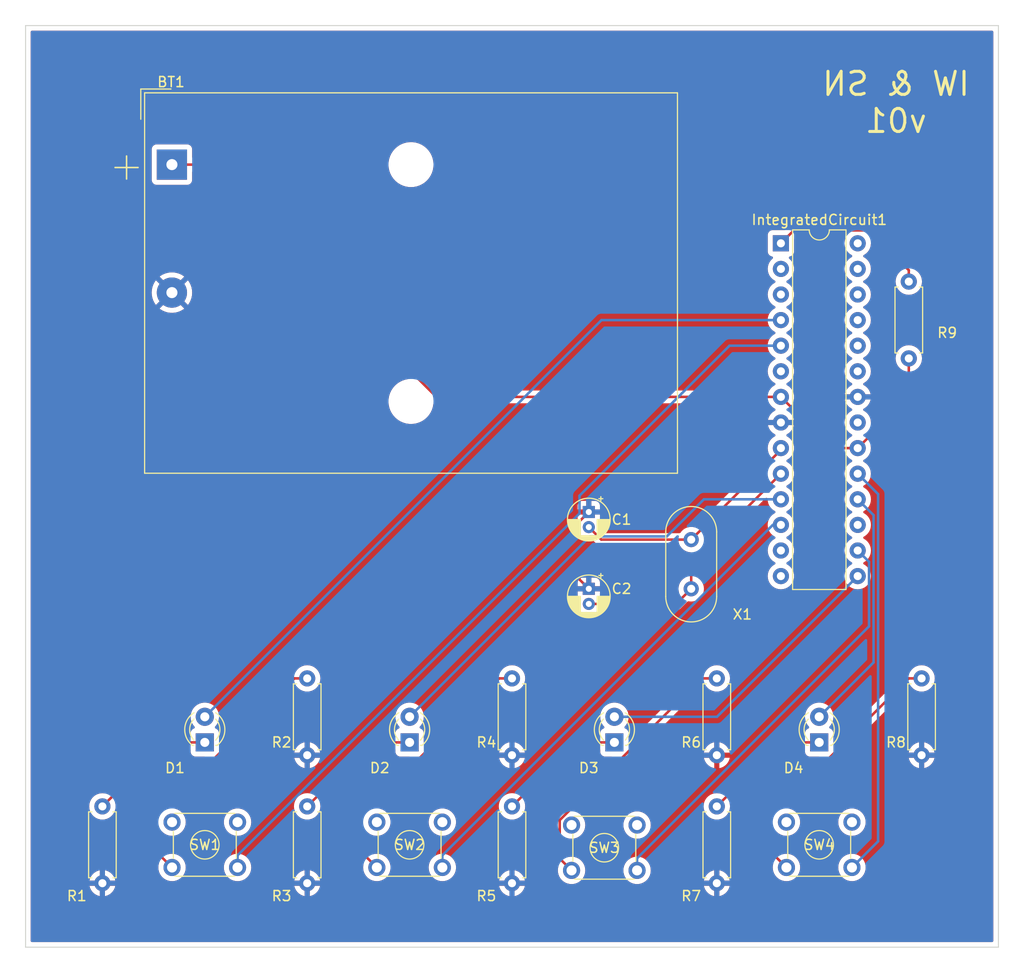
<source format=kicad_pcb>
(kicad_pcb (version 20211014) (generator pcbnew)
  (layers (0 "F.Cu" signal) (31 "B.Cu" signal) (34 "B.Paste" user) (35 "F.Paste" user) (36 "B.SilkS" user "B.Silkscreen") (37 "F.SilkS" user "F.Silkscreen") (38 "B.Mask" user) (39 "F.Mask" user) (44 "Edge.Cuts" user))
  (net 0 "")
  (net 1 "Net-(BT1-Pad1)")
  (net 2 "GNDREF")
  (net 3 "Net-(C1-Pad2)")
  (net 4 "Net-(C2-Pad2)")
  (net 5 "Net-(D1-Pad1)")
  (net 6 "Net-(D1-Pad2)")
  (net 7 "Net-(D2-Pad1)")
  (net 8 "Net-(D2-Pad2)")
  (net 9 "Net-(D3-Pad1)")
  (net 10 "Net-(D3-Pad2)")
  (net 11 "Net-(D4-Pad1)")
  (net 12 "Net-(D4-Pad2)")
  (net 13 "Net-(IntegratedCircuit1-Pad1)")
  (net 16 "Net-(IntegratedCircuit1-Pad5)")
  (net 18 "Net-(IntegratedCircuit1-Pad12)")
  (net 21 "Net-(IntegratedCircuit1-Pad16)")
  (net 23 "Net-(IntegratedCircuit1-Pad19)")
  (net 31 "Net-(R2-Pad1)")
  (net 32 "Net-(R4-Pad1)")
  (net 33 "Net-(R6-Pad1)")
  (net 34 "Net-(R8-Pad1)")
  (footprint "Resistor_THT:R_Axial_DIN0207_L6.3mm_D2.5mm_P7.62mm_Horizontal" (layer "F.Cu") (at 165.1 143.51 -90)
    (fp_text reference "R7" (at 8.89 2.54 180) (layer "F.SilkS"))
    (fp_text value "10k")
    (fp_line (start 0.54 1.04) (end 0.54 1.37) (layer "F.SilkS") (width 0.12))
    (fp_line (start 0.54 -1.04) (end 0.54 -1.37) (layer "F.SilkS") (width 0.12))
    (fp_line (start 0.54 -1.37) (end 7.08 -1.37) (layer "F.SilkS") (width 0.12))
    (fp_line (start 7.08 -1.37) (end 7.08 -1.04) (layer "F.SilkS") (width 0.12))
    (fp_line (start 0.54 1.37) (end 7.08 1.37) (layer "F.SilkS") (width 0.12))
    (fp_line (start 7.08 1.37) (end 7.08 1.04) (layer "F.SilkS") (width 0.12))
    (pad "1" thru_hole circle (at 0 0 270) (size 1.6 1.6) (drill 0.8) (layers *.Cu *.Mask) (net 11 "Net-(D4-Pad1)"))
    (pad "2" thru_hole oval (at 7.62 0 270) (size 1.6 1.6) (drill 0.8) (layers *.Cu *.Mask) (net 2 "GNDREF"))
  )
  (footprint "LED_THT:LED_D3.0mm" (layer "F.Cu") (at 134.62 137.16 90)
    (fp_text reference "D2" (at -2.54 -2.96 180) (layer "F.SilkS"))
    (fp_text value "Yellow")
    (fp_line (start -0.29 1.08) (end -0.29 1.236) (layer "F.SilkS") (width 0.12))
    (fp_line (start -0.29 -1.236) (end -0.29 -1.08) (layer "F.SilkS") (width 0.12))
    (fp_arc (start -0.29 -1.235516) (mid 1.366487 -1.987659) (end 2.942335 -1.078608) (layer "F.SilkS") (width 0.12))
    (fp_arc (start 0.229039 -1.08) (mid 1.270117 -1.5) (end 2.31113 -1.079837) (layer "F.SilkS") (width 0.12))
    (fp_arc (start 2.31113 1.079837) (mid 1.270117 1.5) (end 0.229039 1.08) (layer "F.SilkS") (width 0.12))
    (fp_arc (start 2.942335 1.078608) (mid 1.366487 1.987659) (end -0.29 1.235516) (layer "F.SilkS") (width 0.12))
    (pad "1" thru_hole rect (at 0 0 90) (size 1.8 1.8) (drill 0.9) (layers *.Cu *.Mask) (net 7 "Net-(D2-Pad1)"))
    (pad "2" thru_hole circle (at 2.54 0 90) (size 1.8 1.8) (drill 0.9) (layers *.Cu *.Mask) (net 8 "Net-(D2-Pad2)"))
  )
  (footprint "Package_DIP:DIP-28_W7.62mm" (layer "F.Cu") (at 171.46 87.64)
    (fp_text reference "IntegratedCircuit1" (at 3.81 -2.33) (layer "F.SilkS"))
    (fp_text value "ATmega328-P")
    (fp_line (start 6.46 34.35) (end 6.46 -1.33) (layer "F.SilkS") (width 0.12))
    (fp_line (start 1.16 34.35) (end 6.46 34.35) (layer "F.SilkS") (width 0.12))
    (fp_line (start 1.16 -1.33) (end 1.16 34.35) (layer "F.SilkS") (width 0.12))
    (fp_line (start 2.81 -1.33) (end 1.16 -1.33) (layer "F.SilkS") (width 0.12))
    (fp_line (start 6.46 -1.33) (end 4.81 -1.33) (layer "F.SilkS") (width 0.12))
    (fp_arc (start 4.81 -1.33) (mid 3.81 -0.33) (end 2.81 -1.33) (layer "F.SilkS") (width 0.12))
    (pad "1" thru_hole rect (at 0 0) (size 1.6 1.6) (drill 0.8) (layers *.Cu *.Mask) (net 13 "Net-(IntegratedCircuit1-Pad1)"))
    (pad "2" thru_hole oval (at 0 2.54) (size 1.6 1.6) (drill 0.8) (layers *.Cu *.Mask))
    (pad "3" thru_hole oval (at 0 5.08) (size 1.6 1.6) (drill 0.8) (layers *.Cu *.Mask))
    (pad "4" thru_hole oval (at 0 7.62) (size 1.6 1.6) (drill 0.8) (layers *.Cu *.Mask) (net 6 "Net-(D1-Pad2)"))
    (pad "5" thru_hole oval (at 0 10.16) (size 1.6 1.6) (drill 0.8) (layers *.Cu *.Mask) (net 16 "Net-(IntegratedCircuit1-Pad5)"))
    (pad "6" thru_hole oval (at 0 12.7) (size 1.6 1.6) (drill 0.8) (layers *.Cu *.Mask))
    (pad "7" thru_hole oval (at 0 15.24) (size 1.6 1.6) (drill 0.8) (layers *.Cu *.Mask) (net 1 "Net-(BT1-Pad1)"))
    (pad "8" thru_hole oval (at 0 17.78) (size 1.6 1.6) (drill 0.8) (layers *.Cu *.Mask) (net 2 "GNDREF"))
    (pad "9" thru_hole oval (at 0 20.32) (size 1.6 1.6) (drill 0.8) (layers *.Cu *.Mask) (net 3 "Net-(C1-Pad2)"))
    (pad "10" thru_hole oval (at 0 22.86) (size 1.6 1.6) (drill 0.8) (layers *.Cu *.Mask) (net 4 "Net-(C2-Pad2)"))
    (pad "11" thru_hole oval (at 0 25.4) (size 1.6 1.6) (drill 0.8) (layers *.Cu *.Mask) (net 8 "Net-(D2-Pad2)"))
    (pad "12" thru_hole oval (at 0 27.94) (size 1.6 1.6) (drill 0.8) (layers *.Cu *.Mask) (net 18 "Net-(IntegratedCircuit1-Pad12)"))
    (pad "13" thru_hole oval (at 0 30.48) (size 1.6 1.6) (drill 0.8) (layers *.Cu *.Mask))
    (pad "14" thru_hole oval (at 0 33.02) (size 1.6 1.6) (drill 0.8) (layers *.Cu *.Mask))
    (pad "15" thru_hole oval (at 7.62 33.02) (size 1.6 1.6) (drill 0.8) (layers *.Cu *.Mask) (net 10 "Net-(D3-Pad2)"))
    (pad "16" thru_hole oval (at 7.62 30.48) (size 1.6 1.6) (drill 0.8) (layers *.Cu *.Mask) (net 21 "Net-(IntegratedCircuit1-Pad16)"))
    (pad "17" thru_hole oval (at 7.62 27.94) (size 1.6 1.6) (drill 0.8) (layers *.Cu *.Mask))
    (pad "18" thru_hole oval (at 7.62 25.4) (size 1.6 1.6) (drill 0.8) (layers *.Cu *.Mask) (net 12 "Net-(D4-Pad2)"))
    (pad "19" thru_hole oval (at 7.62 22.86) (size 1.6 1.6) (drill 0.8) (layers *.Cu *.Mask) (net 23 "Net-(IntegratedCircuit1-Pad19)"))
    (pad "20" thru_hole oval (at 7.62 20.32) (size 1.6 1.6) (drill 0.8) (layers *.Cu *.Mask) (net 1 "Net-(BT1-Pad1)"))
    (pad "21" thru_hole oval (at 7.62 17.78) (size 1.6 1.6) (drill 0.8) (layers *.Cu *.Mask))
    (pad "22" thru_hole oval (at 7.62 15.24) (size 1.6 1.6) (drill 0.8) (layers *.Cu *.Mask) (net 2 "GNDREF"))
    (pad "23" thru_hole oval (at 7.62 12.7) (size 1.6 1.6) (drill 0.8) (layers *.Cu *.Mask))
    (pad "24" thru_hole oval (at 7.62 10.16) (size 1.6 1.6) (drill 0.8) (layers *.Cu *.Mask))
    (pad "25" thru_hole oval (at 7.62 7.62) (size 1.6 1.6) (drill 0.8) (layers *.Cu *.Mask))
    (pad "26" thru_hole oval (at 7.62 5.08) (size 1.6 1.6) (drill 0.8) (layers *.Cu *.Mask))
    (pad "27" thru_hole oval (at 7.62 2.54) (size 1.6 1.6) (drill 0.8) (layers *.Cu *.Mask))
    (pad "28" thru_hole oval (at 7.62 0) (size 1.6 1.6) (drill 0.8) (layers *.Cu *.Mask))
  )
  (footprint "Button_Switch_THT:SW_TH_Tactile_Omron_B3F-10xx" (layer "F.Cu") (at 178.51 149.57 180)
    (fp_text reference "SW4" (at 3.25 2.25) (layer "F.SilkS"))
    (fp_text value "SW_Push")
    (fp_line (start 0.28 5.37) (end 6.22 5.37) (layer "F.SilkS") (width 0.12))
    (fp_line (start 6.37 0.91) (end 6.37 3.59) (layer "F.SilkS") (width 0.12))
    (fp_line (start 0.13 3.59) (end 0.13 0.91) (layer "F.SilkS") (width 0.12))
    (fp_line (start 0.28 -0.87) (end 6.22 -0.87) (layer "F.SilkS") (width 0.12))
    (fp_circle (center 3.25 2.25) (end 4.25 3.25) (layer "F.SilkS") (width 0.12) (fill none))
    (pad "1" thru_hole circle (at 0 0 180) (size 1.7 1.7) (drill 1) (layers *.Cu *.Mask) (net 23 "Net-(IntegratedCircuit1-Pad19)"))
    (pad "2" thru_hole circle (at 6.5 0 180) (size 1.7 1.7) (drill 1) (layers *.Cu *.Mask) (net 34 "Net-(R8-Pad1)"))
    (pad "3" thru_hole circle (at 0 4.5 180) (size 1.7 1.7) (drill 1) (layers *.Cu *.Mask))
    (pad "4" thru_hole circle (at 6.5 4.5 180) (size 1.7 1.7) (drill 1) (layers *.Cu *.Mask))
  )
  (footprint "Capacitor_THT:CP_Radial_D4.0mm_P1.50mm" (layer "F.Cu") (at 152.4 114.3 -90)
    (fp_text reference "C1" (at 0.75 -3.25 180) (layer "F.SilkS"))
    (fp_text value "1nF")
    (fp_line (start 1.27 -2.016) (end 1.27 -0.84) (layer "F.SilkS") (width 0.12))
    (fp_line (start 1.951 -1.708) (end 1.951 -0.84) (layer "F.SilkS") (width 0.12))
    (fp_line (start 1.711 -1.851) (end 1.711 -0.84) (layer "F.SilkS") (width 0.12))
    (fp_line (start 1.551 0.84) (end 1.551 1.924) (layer "F.SilkS") (width 0.12))
    (fp_line (start 1.43 0.84) (end 1.43 1.968) (layer "F.SilkS") (width 0.12))
    (fp_line (start 1.551 -1.924) (end 1.551 -0.84) (layer "F.SilkS") (width 0.12))
    (fp_line (start -1.519801 -1.195) (end -1.119801 -1.195) (layer "F.SilkS") (width 0.12))
    (fp_line (start 1.511 -1.94) (end 1.511 -0.84) (layer "F.SilkS") (width 0.12))
    (fp_line (start 0.91 0.84) (end 0.91 2.074) (layer "F.SilkS") (width 0.12))
    (fp_line (start 2.591 -1.013) (end 2.591 1.013) (layer "F.SilkS") (width 0.12))
    (fp_line (start 2.471 -1.2) (end 2.471 1.2) (layer "F.SilkS") (width 0.12))
    (fp_line (start 0.75 -2.08) (end 0.75 -0.84) (layer "F.SilkS") (width 0.12))
    (fp_line (start 0.83 0.84) (end 0.83 2.079) (layer "F.SilkS") (width 0.12))
    (fp_line (start 1.991 -1.68) (end 1.991 -0.84) (layer "F.SilkS") (width 0.12))
    (fp_line (start 2.311 0.84) (end 2.311 1.396) (layer "F.SilkS") (width 0.12))
    (fp_line (start 2.551 -1.08) (end 2.551 1.08) (layer "F.SilkS") (width 0.12))
    (fp_line (start 0.79 0.84) (end 0.79 2.08) (layer "F.SilkS") (width 0.12))
    (fp_line (start 2.271 -1.438) (end 2.271 -0.84) (layer "F.SilkS") (width 0.12))
    (fp_line (start 1.11 0.84) (end 1.11 2.05) (layer "F.SilkS") (width 0.12))
    (fp_line (start 1.791 0.84) (end 1.791 1.808) (layer "F.SilkS") (width 0.12))
    (fp_line (start 1.671 -1.87) (end 1.671 -0.84) (layer "F.SilkS") (width 0.12))
    (fp_line (start 1.471 0.84) (end 1.471 1.954) (layer "F.SilkS") (width 0.12))
    (fp_line (start 2.191 -1.516) (end 2.191 -0.84) (layer "F.SilkS") (width 0.12))
    (fp_line (start 1.15 -2.042) (end 1.15 -0.84) (layer "F.SilkS") (width 0.12))
    (fp_line (start 0.95 -2.071) (end 0.95 -0.84) (layer "F.SilkS") (width 0.12))
    (fp_line (start 2.191 0.84) (end 2.191 1.516) (layer "F.SilkS") (width 0.12))
    (fp_line (start 0.99 -2.067) (end 0.99 -0.84) (layer "F.SilkS") (width 0.12))
    (fp_line (start 1.471 -1.954) (end 1.471 -0.84) (layer "F.SilkS") (width 0.12))
    (fp_line (start 1.23 0.84) (end 1.23 2.025) (layer "F.SilkS") (width 0.12))
    (fp_line (start 2.071 0.84) (end 2.071 1.619) (layer "F.SilkS") (width 0.12))
    (fp_line (start 2.031 0.84) (end 2.031 1.65) (layer "F.SilkS") (width 0.12))
    (fp_line (start 0.79 -2.08) (end 0.79 -0.84) (layer "F.SilkS") (width 0.12))
    (fp_line (start 1.831 0.84) (end 1.831 1.785) (layer "F.SilkS") (width 0.12))
    (fp_line (start -1.319801 -1.395) (end -1.319801 -0.995) (layer "F.SilkS") (width 0.12))
    (fp_line (start 1.15 0.84) (end 1.15 2.042) (layer "F.SilkS") (width 0.12))
    (fp_line (start 2.151 -1.552) (end 2.151 -0.84) (layer "F.SilkS") (width 0.12))
    (fp_line (start 2.031 -1.65) (end 2.031 -0.84) (layer "F.SilkS") (width 0.12))
    (fp_line (start 1.03 0.84) (end 1.03 2.062) (layer "F.SilkS") (width 0.12))
    (fp_line (start 1.27 0.84) (end 1.27 2.016) (layer "F.SilkS") (width 0.12))
    (fp_line (start 2.391 -1.304) (end 2.391 1.304) (layer "F.SilkS") (width 0.12))
    (fp_line (start 1.35 -1.994) (end 1.35 -0.84) (layer "F.SilkS") (width 0.12))
    (fp_line (start 1.911 0.84) (end 1.911 1.735) (layer "F.SilkS") (width 0.12))
    (fp_line (start 1.791 -1.808) (end 1.791 -0.84) (layer "F.SilkS") (width 0.12))
    (fp_line (start 0.87 0.84) (end 0.87 2.077) (layer "F.SilkS") (width 0.12))
    (fp_line (start 2.111 0.84) (end 2.111 1.587) (layer "F.SilkS") (width 0.12))
    (fp_line (start 1.591 0.84) (end 1.591 1.907) (layer "F.SilkS") (width 0.12))
    (fp_line (start 1.39 0.84) (end 1.39 1.982) (layer "F.SilkS") (width 0.12))
    (fp_line (start 2.071 -1.619) (end 2.071 -0.84) (layer "F.SilkS") (width 0.12))
    (fp_line (start 0.87 -2.077) (end 0.87 -0.84) (layer "F.SilkS") (width 0.12))
    (fp_line (start 1.991 0.84) (end 1.991 1.68) (layer "F.SilkS") (width 0.12))
    (fp_line (start 1.751 0.84) (end 1.751 1.83) (layer "F.SilkS") (width 0.12))
    (fp_line (start 0.91 -2.074) (end 0.91 -0.84) (layer "F.SilkS") (width 0.12))
    (fp_line (start 1.591 -1.907) (end 1.591 -0.84) (layer "F.SilkS") (width 0.12))
    (fp_line (start 1.31 0.84) (end 1.31 2.005) (layer "F.SilkS") (width 0.12))
    (fp_line (start 1.39 -1.982) (end 1.39 -0.84) (layer "F.SilkS") (width 0.12))
    (fp_line (start 1.631 -1.889) (end 1.631 -0.84) (layer "F.SilkS") (width 0.12))
    (fp_line (start 1.511 0.84) (end 1.511 1.94) (layer "F.SilkS") (width 0.12))
    (fp_line (start 2.791 -0.537) (end 2.791 0.537) (layer "F.SilkS") (width 0.12))
    (fp_line (start 1.871 -1.76) (end 1.871 -0.84) (layer "F.SilkS") (width 0.12))
    (fp_line (start 1.43 -1.968) (end 1.43 -0.84) (layer "F.SilkS") (width 0.12))
    (fp_line (start 2.311 -1.396) (end 2.311 -0.84) (layer "F.SilkS") (width 0.12))
    (fp_line (start 1.11 -2.05) (end 1.11 -0.84) (layer "F.SilkS") (width 0.12))
    (fp_line (start 1.19 -2.034) (end 1.19 -0.84) (layer "F.SilkS") (width 0.12))
    (fp_line (start 1.23 -2.025) (end 1.23 -0.84) (layer "F.SilkS") (width 0.12))
    (fp_line (start 2.431 -1.254) (end 2.431 1.254) (layer "F.SilkS") (width 0.12))
    (fp_line (start 1.07 0.84) (end 1.07 2.056) (layer "F.SilkS") (width 0.12))
    (fp_line (start 1.671 0.84) (end 1.671 1.87) (layer "F.SilkS") (width 0.12))
    (fp_line (start 2.151 0.84) (end 2.151 1.552) (layer "F.SilkS") (width 0.12))
    (fp_line (start 1.07 -2.056) (end 1.07 -0.84) (layer "F.SilkS") (width 0.12))
    (fp_line (start 0.75 0.84) (end 0.75 2.08) (layer "F.SilkS") (width 0.12))
    (fp_line (start 2.511 -1.142) (end 2.511 1.142) (layer "F.SilkS") (width 0.12))
    (fp_line (start 2.271 0.84) (end 2.271 1.438) (layer "F.SilkS") (width 0.12))
    (fp_line (start 1.751 -1.83) (end 1.751 -0.84) (layer "F.SilkS") (width 0.12))
    (fp_line (start 0.83 -2.079) (end 0.83 -0.84) (layer "F.SilkS") (width 0.12))
    (fp_line (start 2.831 -0.37) (end 2.831 0.37) (layer "F.SilkS") (width 0.12))
    (fp_line (start 2.671 -0.859) (end 2.671 0.859) (layer "F.SilkS") (width 0.12))
    (fp_line (start 2.751 -0.664) (end 2.751 0.664) (layer "F.SilkS") (width 0.12))
    (fp_line (start 1.951 0.84) (end 1.951 1.708) (layer "F.SilkS") (width 0.12))
    (fp_line (start 0.99 0.84) (end 0.99 2.067) (layer "F.SilkS") (width 0.12))
    (fp_line (start 2.231 -1.478) (end 2.231 -0.84) (layer "F.SilkS") (width 0.12))
    (fp_line (start 1.831 -1.785) (end 1.831 -0.84) (layer "F.SilkS") (width 0.12))
    (fp_line (start 1.711 0.84) (end 1.711 1.851) (layer "F.SilkS") (width 0.12))
    (fp_line (start 2.351 -1.351) (end 2.351 1.351) (layer "F.SilkS") (width 0.12))
    (fp_line (start 1.19 0.84) (end 1.19 2.034) (layer "F.SilkS") (width 0.12))
    (fp_line (start 1.31 -2.005) (end 1.31 -0.84) (layer "F.SilkS") (width 0.12))
    (fp_line (start 2.111 -1.587) (end 2.111 -0.84) (layer "F.SilkS") (width 0.12))
    (fp_line (start 1.35 0.84) (end 1.35 1.994) (layer "F.SilkS") (width 0.12))
    (fp_line (start 0.95 0.84) (end 0.95 2.071) (layer "F.SilkS") (width 0.12))
    (fp_line (start 2.231 0.84) (end 2.231 1.478) (layer "F.SilkS") (width 0.12))
    (fp_line (start 1.911 -1.735) (end 1.911 -0.84) (layer "F.SilkS") (width 0.12))
    (fp_line (start 1.631 0.84) (end 1.631 1.889) (layer "F.SilkS") (width 0.12))
    (fp_line (start 1.871 0.84) (end 1.871 1.76) (layer "F.SilkS") (width 0.12))
    (fp_line (start 2.711 -0.768) (end 2.711 0.768) (layer "F.SilkS") (width 0.12))
    (fp_line (start 1.03 -2.062) (end 1.03 -0.84) (layer "F.SilkS") (width 0.12))
    (fp_line (start 2.631 -0.94) (end 2.631 0.94) (layer "F.SilkS") (width 0.12))
    (fp_circle (center 0.75 0) (end 2.87 0) (layer "F.SilkS") (width 0.12) (fill none))
    (pad "1" thru_hole rect (at 0 0 270) (size 1.2 1.2) (drill 0.6) (layers *.Cu *.Mask) (net 2 "GNDREF"))
    (pad "2" thru_hole circle (at 1.5 0 270) (size 1.2 1.2) (drill 0.6) (layers *.Cu *.Mask) (net 3 "Net-(C1-Pad2)"))
  )
  (footprint "Capacitor_THT:CP_Radial_D4.0mm_P1.50mm" (layer "F.Cu") (at 152.4 121.92 -90)
    (fp_text reference "C2" (at 0 -3.25 180) (layer "F.SilkS"))
    (fp_text value "1nF")
    (fp_line (start 2.831 -0.37) (end 2.831 0.37) (layer "F.SilkS") (width 0.12))
    (fp_line (start -1.319801 -1.395) (end -1.319801 -0.995) (layer "F.SilkS") (width 0.12))
    (fp_line (start 1.31 0.84) (end 1.31 2.005) (layer "F.SilkS") (width 0.12))
    (fp_line (start 2.031 0.84) (end 2.031 1.65) (layer "F.SilkS") (width 0.12))
    (fp_line (start 1.23 -2.025) (end 1.23 -0.84) (layer "F.SilkS") (width 0.12))
    (fp_line (start 0.87 0.84) (end 0.87 2.077) (layer "F.SilkS") (width 0.12))
    (fp_line (start 1.39 -1.982) (end 1.39 -0.84) (layer "F.SilkS") (width 0.12))
    (fp_line (start 1.19 -2.034) (end 1.19 -0.84) (layer "F.SilkS") (width 0.12))
    (fp_line (start 2.351 -1.351) (end 2.351 1.351) (layer "F.SilkS") (width 0.12))
    (fp_line (start -1.519801 -1.195) (end -1.119801 -1.195) (layer "F.SilkS") (width 0.12))
    (fp_line (start 2.271 0.84) (end 2.271 1.438) (layer "F.SilkS") (width 0.12))
    (fp_line (start 1.27 0.84) (end 1.27 2.016) (layer "F.SilkS") (width 0.12))
    (fp_line (start 1.591 0.84) (end 1.591 1.907) (layer "F.SilkS") (width 0.12))
    (fp_line (start 2.111 -1.587) (end 2.111 -0.84) (layer "F.SilkS") (width 0.12))
    (fp_line (start 1.07 -2.056) (end 1.07 -0.84) (layer "F.SilkS") (width 0.12))
    (fp_line (start 2.071 -1.619) (end 2.071 -0.84) (layer "F.SilkS") (width 0.12))
    (fp_line (start 2.551 -1.08) (end 2.551 1.08) (layer "F.SilkS") (width 0.12))
    (fp_line (start 1.19 0.84) (end 1.19 2.034) (layer "F.SilkS") (width 0.12))
    (fp_line (start 1.35 -1.994) (end 1.35 -0.84) (layer "F.SilkS") (width 0.12))
    (fp_line (start 2.431 -1.254) (end 2.431 1.254) (layer "F.SilkS") (width 0.12))
    (fp_line (start 1.671 0.84) (end 1.671 1.87) (layer "F.SilkS") (width 0.12))
    (fp_line (start 1.831 0.84) (end 1.831 1.785) (layer "F.SilkS") (width 0.12))
    (fp_line (start 1.711 0.84) (end 1.711 1.851) (layer "F.SilkS") (width 0.12))
    (fp_line (start 0.95 0.84) (end 0.95 2.071) (layer "F.SilkS") (width 0.12))
    (fp_line (start 0.79 0.84) (end 0.79 2.08) (layer "F.SilkS") (width 0.12))
    (fp_line (start 1.471 0.84) (end 1.471 1.954) (layer "F.SilkS") (width 0.12))
    (fp_line (start 1.15 0.84) (end 1.15 2.042) (layer "F.SilkS") (width 0.12))
    (fp_line (start 2.631 -0.94) (end 2.631 0.94) (layer "F.SilkS") (width 0.12))
    (fp_line (start 1.951 0.84) (end 1.951 1.708) (layer "F.SilkS") (width 0.12))
    (fp_line (start 0.99 -2.067) (end 0.99 -0.84) (layer "F.SilkS") (width 0.12))
    (fp_line (start 2.751 -0.664) (end 2.751 0.664) (layer "F.SilkS") (width 0.12))
    (fp_line (start 1.35 0.84) (end 1.35 1.994) (layer "F.SilkS") (width 0.12))
    (fp_line (start 2.591 -1.013) (end 2.591 1.013) (layer "F.SilkS") (width 0.12))
    (fp_line (start 0.99 0.84) (end 0.99 2.067) (layer "F.SilkS") (width 0.12))
    (fp_line (start 0.79 -2.08) (end 0.79 -0.84) (layer "F.SilkS") (width 0.12))
    (fp_line (start 0.87 -2.077) (end 0.87 -0.84) (layer "F.SilkS") (width 0.12))
    (fp_line (start 0.95 -2.071) (end 0.95 -0.84) (layer "F.SilkS") (width 0.12))
    (fp_line (start 1.43 0.84) (end 1.43 1.968) (layer "F.SilkS") (width 0.12))
    (fp_line (start 0.83 -2.079) (end 0.83 -0.84) (layer "F.SilkS") (width 0.12))
    (fp_line (start 0.91 -2.074) (end 0.91 -0.84) (layer "F.SilkS") (width 0.12))
    (fp_line (start 1.511 0.84) (end 1.511 1.94) (layer "F.SilkS") (width 0.12))
    (fp_line (start 1.03 0.84) (end 1.03 2.062) (layer "F.SilkS") (width 0.12))
    (fp_line (start 1.551 -1.924) (end 1.551 -0.84) (layer "F.SilkS") (width 0.12))
    (fp_line (start 1.551 0.84) (end 1.551 1.924) (layer "F.SilkS") (width 0.12))
    (fp_line (start 2.231 -1.478) (end 2.231 -0.84) (layer "F.SilkS") (width 0.12))
    (fp_line (start 1.631 0.84) (end 1.631 1.889) (layer "F.SilkS") (width 0.12))
    (fp_line (start 0.75 0.84) (end 0.75 2.08) (layer "F.SilkS") (width 0.12))
    (fp_line (start 2.151 0.84) (end 2.151 1.552) (layer "F.SilkS") (width 0.12))
    (fp_line (start 1.511 -1.94) (end 1.511 -0.84) (layer "F.SilkS") (width 0.12))
    (fp_line (start 1.11 -2.05) (end 1.11 -0.84) (layer "F.SilkS") (width 0.12))
    (fp_line (start 2.071 0.84) (end 2.071 1.619) (layer "F.SilkS") (width 0.12))
    (fp_line (start 2.111 0.84) (end 2.111 1.587) (layer "F.SilkS") (width 0.12))
    (fp_line (start 1.43 -1.968) (end 1.43 -0.84) (layer "F.SilkS") (width 0.12))
    (fp_line (start 1.911 0.84) (end 1.911 1.735) (layer "F.SilkS") (width 0.12))
    (fp_line (start 2.791 -0.537) (end 2.791 0.537) (layer "F.SilkS") (width 0.12))
    (fp_line (start 1.991 0.84) (end 1.991 1.68) (layer "F.SilkS") (width 0.12))
    (fp_line (start 1.871 -1.76) (end 1.871 -0.84) (layer "F.SilkS") (width 0.12))
    (fp_line (start 0.75 -2.08) (end 0.75 -0.84) (layer "F.SilkS") (width 0.12))
    (fp_line (start 2.231 0.84) (end 2.231 1.478) (layer "F.SilkS") (width 0.12))
    (fp_line (start 1.671 -1.87) (end 1.671 -0.84) (layer "F.SilkS") (width 0.12))
    (fp_line (start 1.27 -2.016) (end 1.27 -0.84) (layer "F.SilkS") (width 0.12))
    (fp_line (start 1.591 -1.907) (end 1.591 -0.84) (layer "F.SilkS") (width 0.12))
    (fp_line (start 1.23 0.84) (end 1.23 2.025) (layer "F.SilkS") (width 0.12))
    (fp_line (start 2.031 -1.65) (end 2.031 -0.84) (layer "F.SilkS") (width 0.12))
    (fp_line (start 2.271 -1.438) (end 2.271 -0.84) (layer "F.SilkS") (width 0.12))
    (fp_line (start 1.11 0.84) (end 1.11 2.05) (layer "F.SilkS") (width 0.12))
    (fp_line (start 1.31 -2.005) (end 1.31 -0.84) (layer "F.SilkS") (width 0.12))
    (fp_line (start 1.711 -1.851) (end 1.711 -0.84) (layer "F.SilkS") (width 0.12))
    (fp_line (start 1.751 -1.83) (end 1.751 -0.84) (layer "F.SilkS") (width 0.12))
    (fp_line (start 2.511 -1.142) (end 2.511 1.142) (layer "F.SilkS") (width 0.12))
    (fp_line (start 1.15 -2.042) (end 1.15 -0.84) (layer "F.SilkS") (width 0.12))
    (fp_line (start 2.191 -1.516) (end 2.191 -0.84) (layer "F.SilkS") (width 0.12))
    (fp_line (start 1.911 -1.735) (end 1.911 -0.84) (layer "F.SilkS") (width 0.12))
    (fp_line (start 1.791 -1.808) (end 1.791 -0.84) (layer "F.SilkS") (width 0.12))
    (fp_line (start 0.91 0.84) (end 0.91 2.074) (layer "F.SilkS") (width 0.12))
    (fp_line (start 2.311 0.84) (end 2.311 1.396) (layer "F.SilkS") (width 0.12))
    (fp_line (start 1.471 -1.954) (end 1.471 -0.84) (layer "F.SilkS") (width 0.12))
    (fp_line (start 1.631 -1.889) (end 1.631 -0.84) (layer "F.SilkS") (width 0.12))
    (fp_line (start 0.83 0.84) (end 0.83 2.079) (layer "F.SilkS") (width 0.12))
    (fp_line (start 2.191 0.84) (end 2.191 1.516) (layer "F.SilkS") (width 0.12))
    (fp_line (start 2.311 -1.396) (end 2.311 -0.84) (layer "F.SilkS") (width 0.12))
    (fp_line (start 2.711 -0.768) (end 2.711 0.768) (layer "F.SilkS") (width 0.12))
    (fp_line (start 1.991 -1.68) (end 1.991 -0.84) (layer "F.SilkS") (width 0.12))
    (fp_line (start 1.39 0.84) (end 1.39 1.982) (layer "F.SilkS") (width 0.12))
    (fp_line (start 1.03 -2.062) (end 1.03 -0.84) (layer "F.SilkS") (width 0.12))
    (fp_line (start 2.671 -0.859) (end 2.671 0.859) (layer "F.SilkS") (width 0.12))
    (fp_line (start 1.751 0.84) (end 1.751 1.83) (layer "F.SilkS") (width 0.12))
    (fp_line (start 1.791 0.84) (end 1.791 1.808) (layer "F.SilkS") (width 0.12))
    (fp_line (start 1.951 -1.708) (end 1.951 -0.84) (layer "F.SilkS") (width 0.12))
    (fp_line (start 1.831 -1.785) (end 1.831 -0.84) (layer "F.SilkS") (width 0.12))
    (fp_line (start 1.07 0.84) (end 1.07 2.056) (layer "F.SilkS") (width 0.12))
    (fp_line (start 2.391 -1.304) (end 2.391 1.304) (layer "F.SilkS") (width 0.12))
    (fp_line (start 1.871 0.84) (end 1.871 1.76) (layer "F.SilkS") (width 0.12))
    (fp_line (start 2.471 -1.2) (end 2.471 1.2) (layer "F.SilkS") (width 0.12))
    (fp_line (start 2.151 -1.552) (end 2.151 -0.84) (layer "F.SilkS") (width 0.12))
    (fp_circle (center 0.75 0) (end 2.87 0) (layer "F.SilkS") (width 0.12) (fill none))
    (pad "1" thru_hole rect (at 0 0 270) (size 1.2 1.2) (drill 0.6) (layers *.Cu *.Mask) (net 2 "GNDREF"))
    (pad "2" thru_hole circle (at 1.5 0 270) (size 1.2 1.2) (drill 0.6) (layers *.Cu *.Mask) (net 4 "Net-(C2-Pad2)"))
  )
  (footprint "Button_Switch_THT:SW_TH_Tactile_Omron_B3F-10xx" (layer "F.Cu") (at 137.87 149.57 180)
    (fp_text reference "SW2" (at 3.25 2.25) (layer "F.SilkS"))
    (fp_text value "SW_Push")
    (fp_line (start 0.13 3.59) (end 0.13 0.91) (layer "F.SilkS") (width 0.12))
    (fp_line (start 6.37 0.91) (end 6.37 3.59) (layer "F.SilkS") (width 0.12))
    (fp_line (start 0.28 5.37) (end 6.22 5.37) (layer "F.SilkS") (width 0.12))
    (fp_line (start 0.28 -0.87) (end 6.22 -0.87) (layer "F.SilkS") (width 0.12))
    (fp_circle (center 3.25 2.25) (end 4.25 3.25) (layer "F.SilkS") (width 0.12) (fill none))
    (pad "1" thru_hole circle (at 0 0 180) (size 1.7 1.7) (drill 1) (layers *.Cu *.Mask) (net 18 "Net-(IntegratedCircuit1-Pad12)"))
    (pad "2" thru_hole circle (at 6.5 0 180) (size 1.7 1.7) (drill 1) (layers *.Cu *.Mask) (net 32 "Net-(R4-Pad1)"))
    (pad "3" thru_hole circle (at 0 4.5 180) (size 1.7 1.7) (drill 1) (layers *.Cu *.Mask))
    (pad "4" thru_hole circle (at 6.5 4.5 180) (size 1.7 1.7) (drill 1) (layers *.Cu *.Mask))
  )
  (footprint "Resistor_THT:R_Axial_DIN0207_L6.3mm_D2.5mm_P7.62mm_Horizontal" (layer "F.Cu") (at 144.78 130.81 -90)
    (fp_text reference "R4" (at 6.35 2.54 180) (layer "F.SilkS"))
    (fp_text value "10k")
    (fp_line (start 0.54 1.37) (end 7.08 1.37) (layer "F.SilkS") (width 0.12))
    (fp_line (start 0.54 -1.04) (end 0.54 -1.37) (layer "F.SilkS") (width 0.12))
    (fp_line (start 7.08 1.37) (end 7.08 1.04) (layer "F.SilkS") (width 0.12))
    (fp_line (start 0.54 -1.37) (end 7.08 -1.37) (layer "F.SilkS") (width 0.12))
    (fp_line (start 0.54 1.04) (end 0.54 1.37) (layer "F.SilkS") (width 0.12))
    (fp_line (start 7.08 -1.37) (end 7.08 -1.04) (layer "F.SilkS") (width 0.12))
    (pad "1" thru_hole circle (at 0 0 270) (size 1.6 1.6) (drill 0.8) (layers *.Cu *.Mask) (net 32 "Net-(R4-Pad1)"))
    (pad "2" thru_hole oval (at 7.62 0 270) (size 1.6 1.6) (drill 0.8) (layers *.Cu *.Mask) (net 2 "GNDREF"))
  )
  (footprint "Battery:BatteryHolder_Keystone_2479_3xAAA" (layer "F.Cu") (at 111.0375 79.8325)
    (fp_text reference "BT1" (at -0.09 -8.195) (layer "F.SilkS"))
    (fp_text value "4.5V")
    (fp_text user "+" (at -4.5 0.05) (layer "F.SilkS") (effects (font (size 3 3))))
    (fp_line (start 50.16 -7.12) (end 50.16 30.62) (layer "F.SilkS") (width 0.12))
    (fp_line (start -2.71 30.62) (end 50.16 30.62) (layer "F.SilkS") (width 0.12))
    (fp_line (start -3.09 -4.5) (end -3.09 -7.5) (layer "F.SilkS") (width 0.12))
    (fp_line (start -3.09 -7.5) (end -0.09 -7.5) (layer "F.SilkS") (width 0.12))
    (fp_line (start -2.71 -7.12) (end 50.16 -7.12) (layer "F.SilkS") (width 0.12))
    (fp_line (start -2.71 -7.12) (end -2.71 30.62) (layer "F.SilkS") (width 0.12))
    (pad "" np_thru_hole circle (at 23.72 23.5) (size 3.45 3.45) (drill 3.45) (layers *.Cu *.Mask))
    (pad "" np_thru_hole circle (at 23.72 0) (size 3.45 3.45) (drill 3.45) (layers *.Cu *.Mask))
    (pad "1" thru_hole rect (at 0 0) (size 3 3) (drill 1.1) (layers *.Cu *.Mask) (net 1 "Net-(BT1-Pad1)"))
    (pad "2" thru_hole circle (at 0 12.7) (size 3 3) (drill 1.1) (layers *.Cu *.Mask) (net 2 "GNDREF"))
  )
  (footprint "Resistor_THT:R_Axial_DIN0207_L6.3mm_D2.5mm_P7.62mm_Horizontal" (layer "F.Cu") (at 124.46 130.81 -90)
    (fp_text reference "R2" (at 6.35 2.54 180) (layer "F.SilkS"))
    (fp_text value "10k")
    (fp_line (start 7.08 1.37) (end 7.08 1.04) (layer "F.SilkS") (width 0.12))
    (fp_line (start 0.54 1.04) (end 0.54 1.37) (layer "F.SilkS") (width 0.12))
    (fp_line (start 0.54 -1.04) (end 0.54 -1.37) (layer "F.SilkS") (width 0.12))
    (fp_line (start 0.54 -1.37) (end 7.08 -1.37) (layer "F.SilkS") (width 0.12))
    (fp_line (start 0.54 1.37) (end 7.08 1.37) (layer "F.SilkS") (width 0.12))
    (fp_line (start 7.08 -1.37) (end 7.08 -1.04) (layer "F.SilkS") (width 0.12))
    (pad "1" thru_hole circle (at 0 0 270) (size 1.6 1.6) (drill 0.8) (layers *.Cu *.Mask) (net 31 "Net-(R2-Pad1)"))
    (pad "2" thru_hole oval (at 7.62 0 270) (size 1.6 1.6) (drill 0.8) (layers *.Cu *.Mask) (net 2 "GNDREF"))
  )
  (footprint "LED_THT:LED_D3.0mm" (layer "F.Cu") (at 154.94 137.16 90)
    (fp_text reference "D3" (at -2.54 -2.54 180) (layer "F.SilkS"))
    (fp_text value "Red")
    (fp_line (start -0.29 1.08) (end -0.29 1.236) (layer "F.SilkS") (width 0.12))
    (fp_line (start -0.29 -1.236) (end -0.29 -1.08) (layer "F.SilkS") (width 0.12))
    (fp_arc (start 0.229039 -1.08) (mid 1.270117 -1.5) (end 2.31113 -1.079837) (layer "F.SilkS") (width 0.12))
    (fp_arc (start 2.942335 1.078608) (mid 1.366487 1.987659) (end -0.29 1.235516) (layer "F.SilkS") (width 0.12))
    (fp_arc (start -0.29 -1.235516) (mid 1.366487 -1.987659) (end 2.942335 -1.078608) (layer "F.SilkS") (width 0.12))
    (fp_arc (start 2.31113 1.079837) (mid 1.270117 1.5) (end 0.229039 1.08) (layer "F.SilkS") (width 0.12))
    (pad "1" thru_hole rect (at 0 0 90) (size 1.8 1.8) (drill 0.9) (layers *.Cu *.Mask) (net 9 "Net-(D3-Pad1)"))
    (pad "2" thru_hole circle (at 2.54 0 90) (size 1.8 1.8) (drill 0.9) (layers *.Cu *.Mask) (net 10 "Net-(D3-Pad2)"))
  )
  (footprint "LED_THT:LED_D3.0mm" (layer "F.Cu") (at 114.3 137.16 90)
    (fp_text reference "D1" (at -2.54 -2.96 180) (layer "F.SilkS"))
    (fp_text value "Blue")
    (fp_line (start -0.29 -1.236) (end -0.29 -1.08) (layer "F.SilkS") (width 0.12))
    (fp_line (start -0.29 1.08) (end -0.29 1.236) (layer "F.SilkS") (width 0.12))
    (fp_arc (start 2.31113 1.079837) (mid 1.270117 1.5) (end 0.229039 1.08) (layer "F.SilkS") (width 0.12))
    (fp_arc (start 2.942335 1.078608) (mid 1.366487 1.987659) (end -0.29 1.235516) (layer "F.SilkS") (width 0.12))
    (fp_arc (start -0.29 -1.235516) (mid 1.366487 -1.987659) (end 2.942335 -1.078608) (layer "F.SilkS") (width 0.12))
    (fp_arc (start 0.229039 -1.08) (mid 1.270117 -1.5) (end 2.31113 -1.079837) (layer "F.SilkS") (width 0.12))
    (pad "1" thru_hole rect (at 0 0 90) (size 1.8 1.8) (drill 0.9) (layers *.Cu *.Mask) (net 5 "Net-(D1-Pad1)"))
    (pad "2" thru_hole circle (at 2.54 0 90) (size 1.8 1.8) (drill 0.9) (layers *.Cu *.Mask) (net 6 "Net-(D1-Pad2)"))
  )
  (footprint "Resistor_THT:R_Axial_DIN0207_L6.3mm_D2.5mm_P7.62mm_Horizontal" (layer "F.Cu") (at 124.46 143.51 -90)
    (fp_text reference "R3" (at 8.89 2.54 180) (layer "F.SilkS"))
    (fp_text value "10k")
    (fp_line (start 0.54 -1.37) (end 7.08 -1.37) (layer "F.SilkS") (width 0.12))
    (fp_line (start 0.54 1.04) (end 0.54 1.37) (layer "F.SilkS") (width 0.12))
    (fp_line (start 7.08 1.37) (end 7.08 1.04) (layer "F.SilkS") (width 0.12))
    (fp_line (start 7.08 -1.37) (end 7.08 -1.04) (layer "F.SilkS") (width 0.12))
    (fp_line (start 0.54 1.37) (end 7.08 1.37) (layer "F.SilkS") (width 0.12))
    (fp_line (start 0.54 -1.04) (end 0.54 -1.37) (layer "F.SilkS") (width 0.12))
    (pad "1" thru_hole circle (at 0 0 270) (size 1.6 1.6) (drill 0.8) (layers *.Cu *.Mask) (net 7 "Net-(D2-Pad1)"))
    (pad "2" thru_hole oval (at 7.62 0 270) (size 1.6 1.6) (drill 0.8) (layers *.Cu *.Mask) (net 2 "GNDREF"))
  )
  (footprint "Resistor_THT:R_Axial_DIN0207_L6.3mm_D2.5mm_P7.62mm_Horizontal" (layer "F.Cu") (at 104.14 143.51 -90)
    (fp_text reference "R1" (at 8.89 2.54 180) (layer "F.SilkS"))
    (fp_text value "10k")
    (fp_line (start 0.54 -1.04) (end 0.54 -1.37) (layer "F.SilkS") (width 0.12))
    (fp_line (start 0.54 1.04) (end 0.54 1.37) (layer "F.SilkS") (width 0.12))
    (fp_line (start 7.08 1.37) (end 7.08 1.04) (layer "F.SilkS") (width 0.12))
    (fp_line (start 7.08 -1.37) (end 7.08 -1.04) (layer "F.SilkS") (width 0.12))
    (fp_line (start 0.54 -1.37) (end 7.08 -1.37) (layer "F.SilkS") (width 0.12))
    (fp_line (start 0.54 1.37) (end 7.08 1.37) (layer "F.SilkS") (width 0.12))
    (pad "1" thru_hole circle (at 0 0 270) (size 1.6 1.6) (drill 0.8) (layers *.Cu *.Mask) (net 5 "Net-(D1-Pad1)"))
    (pad "2" thru_hole oval (at 7.62 0 270) (size 1.6 1.6) (drill 0.8) (layers *.Cu *.Mask) (net 2 "GNDREF"))
  )
  (footprint "Resistor_THT:R_Axial_DIN0207_L6.3mm_D2.5mm_P7.62mm_Horizontal" (layer "F.Cu") (at 184.15 91.44 -90)
    (fp_text reference "R9" (at 5.08 -3.81 180) (layer "F.SilkS"))
    (fp_text value "10K")
    (fp_line (start 0.54 -1.37) (end 7.08 -1.37) (layer "F.SilkS") (width 0.12))
    (fp_line (start 0.54 -1.04) (end 0.54 -1.37) (layer "F.SilkS") (width 0.12))
    (fp_line (start 0.54 1.37) (end 7.08 1.37) (layer "F.SilkS") (width 0.12))
    (fp_line (start 7.08 1.37) (end 7.08 1.04) (layer "F.SilkS") (width 0.12))
    (fp_line (start 7.08 -1.37) (end 7.08 -1.04) (layer "F.SilkS") (width 0.12))
    (fp_line (start 0.54 1.04) (end 0.54 1.37) (layer "F.SilkS") (width 0.12))
    (pad "1" thru_hole circle (at 0 0 270) (size 1.6 1.6) (drill 0.8) (layers *.Cu *.Mask) (net 13 "Net-(IntegratedCircuit1-Pad1)"))
    (pad "2" thru_hole oval (at 7.62 0 270) (size 1.6 1.6) (drill 0.8) (layers *.Cu *.Mask) (net 1 "Net-(BT1-Pad1)"))
  )
  (footprint "Button_Switch_THT:SW_TH_Tactile_Omron_B3F-10xx" (layer "F.Cu") (at 157.19 149.86 180)
    (fp_text reference "SW3" (at 3.25 2.25) (layer "F.SilkS"))
    (fp_text value "SW_Push")
    (fp_line (start 0.13 3.59) (end 0.13 0.91) (layer "F.SilkS") (width 0.12))
    (fp_line (start 0.28 -0.87) (end 6.22 -0.87) (layer "F.SilkS") (width 0.12))
    (fp_line (start 6.37 0.91) (end 6.37 3.59) (layer "F.SilkS") (width 0.12))
    (fp_line (start 0.28 5.37) (end 6.22 5.37) (layer "F.SilkS") (width 0.12))
    (fp_circle (center 3.25 2.25) (end 4.25 3.25) (layer "F.SilkS") (width 0.12) (fill none))
    (pad "1" thru_hole circle (at 0 0 180) (size 1.7 1.7) (drill 1) (layers *.Cu *.Mask) (net 21 "Net-(IntegratedCircuit1-Pad16)"))
    (pad "2" thru_hole circle (at 6.5 0 180) (size 1.7 1.7) (drill 1) (layers *.Cu *.Mask) (net 33 "Net-(R6-Pad1)"))
    (pad "3" thru_hole circle (at 0 4.5 180) (size 1.7 1.7) (drill 1) (layers *.Cu *.Mask))
    (pad "4" thru_hole circle (at 6.5 4.5 180) (size 1.7 1.7) (drill 1) (layers *.Cu *.Mask))
  )
  (footprint "Crystal:Crystal_HC49-4H_Vertical" (layer "F.Cu") (at 162.56 121.92 90)
    (fp_text reference "X1" (at -2.54 5.08 180) (layer "F.SilkS"))
    (fp_text value "Crystal")
    (fp_line (start -0.76 2.525) (end 5.64 2.525) (layer "F.SilkS") (width 0.12))
    (fp_line (start -0.76 -2.525) (end 5.64 -2.525) (layer "F.SilkS") (width 0.12))
    (fp_arc (start 5.64 -2.525) (mid 8.165 0) (end 5.64 2.525) (layer "F.SilkS") (width 0.12))
    (fp_arc (start -0.76 2.525) (mid -3.285 0) (end -0.76 -2.525) (layer "F.SilkS") (width 0.12))
    (pad "1" thru_hole circle (at 0 0 90) (size 1.5 1.5) (drill 0.8) (layers *.Cu *.Mask) (net 4 "Net-(C2-Pad2)"))
    (pad "2" thru_hole circle (at 4.88 0 90) (size 1.5 1.5) (drill 0.8) (layers *.Cu *.Mask) (net 3 "Net-(C1-Pad2)"))
  )
  (footprint "Resistor_THT:R_Axial_DIN0207_L6.3mm_D2.5mm_P7.62mm_Horizontal" (layer "F.Cu") (at 185.42 130.81 -90)
    (fp_text reference "R8" (at 6.35 2.54 180) (layer "F.SilkS"))
    (fp_text value "10k")
    (fp_line (start 7.08 1.37) (end 7.08 1.04) (layer "F.SilkS") (width 0.12))
    (fp_line (start 0.54 1.04) (end 0.54 1.37) (layer "F.SilkS") (width 0.12))
    (fp_line (start 7.08 -1.37) (end 7.08 -1.04) (layer "F.SilkS") (width 0.12))
    (fp_line (start 0.54 1.37) (end 7.08 1.37) (layer "F.SilkS") (width 0.12))
    (fp_line (start 0.54 -1.04) (end 0.54 -1.37) (layer "F.SilkS") (width 0.12))
    (fp_line (start 0.54 -1.37) (end 7.08 -1.37) (layer "F.SilkS") (width 0.12))
    (pad "1" thru_hole circle (at 0 0 270) (size 1.6 1.6) (drill 0.8) (layers *.Cu *.Mask) (net 34 "Net-(R8-Pad1)"))
    (pad "2" thru_hole oval (at 7.62 0 270) (size 1.6 1.6) (drill 0.8) (layers *.Cu *.Mask) (net 2 "GNDREF"))
  )
  (footprint "Resistor_THT:R_Axial_DIN0207_L6.3mm_D2.5mm_P7.62mm_Horizontal" (layer "F.Cu") (at 144.78 143.51 -90)
    (fp_text reference "R5" (at 8.89 2.54 180) (layer "F.SilkS"))
    (fp_text value "10k")
    (fp_line (start 0.54 1.04) (end 0.54 1.37) (layer "F.SilkS") (width 0.12))
    (fp_line (start 7.08 1.37) (end 7.08 1.04) (layer "F.SilkS") (width 0.12))
    (fp_line (start 0.54 -1.37) (end 7.08 -1.37) (layer "F.SilkS") (width 0.12))
    (fp_line (start 0.54 -1.04) (end 0.54 -1.37) (layer "F.SilkS") (width 0.12))
    (fp_line (start 0.54 1.37) (end 7.08 1.37) (layer "F.SilkS") (width 0.12))
    (fp_line (start 7.08 -1.37) (end 7.08 -1.04) (layer "F.SilkS") (width 0.12))
    (pad "1" thru_hole circle (at 0 0 270) (size 1.6 1.6) (drill 0.8) (layers *.Cu *.Mask) (net 9 "Net-(D3-Pad1)"))
    (pad "2" thru_hole oval (at 7.62 0 270) (size 1.6 1.6) (drill 0.8) (layers *.Cu *.Mask) (net 2 "GNDREF"))
  )
  (footprint "Resistor_THT:R_Axial_DIN0207_L6.3mm_D2.5mm_P7.62mm_Horizontal" (layer "F.Cu") (at 165.1 130.81 -90)
    (fp_text reference "R6" (at 6.35 2.54 180) (layer "F.SilkS"))
    (fp_text value "10k")
    (fp_line (start 7.08 -1.37) (end 7.08 -1.04) (layer "F.SilkS") (width 0.12))
    (fp_line (start 0.54 1.37) (end 7.08 1.37) (layer "F.SilkS") (width 0.12))
    (fp_line (start 0.54 -1.37) (end 7.08 -1.37) (layer "F.SilkS") (width 0.12))
    (fp_line (start 7.08 1.37) (end 7.08 1.04) (layer "F.SilkS") (width 0.12))
    (fp_line (start 0.54 1.04) (end 0.54 1.37) (layer "F.SilkS") (width 0.12))
    (fp_line (start 0.54 -1.04) (end 0.54 -1.37) (layer "F.SilkS") (width 0.12))
    (pad "1" thru_hole circle (at 0 0 270) (size 1.6 1.6) (drill 0.8) (layers *.Cu *.Mask) (net 33 "Net-(R6-Pad1)"))
    (pad "2" thru_hole oval (at 7.62 0 270) (size 1.6 1.6) (drill 0.8) (layers *.Cu *.Mask) (net 2 "GNDREF"))
  )
  (footprint "Button_Switch_THT:SW_TH_Tactile_Omron_B3F-10xx" (layer "F.Cu") (at 117.55 149.57 180)
    (fp_text reference "SW1" (at 3.25 2.25) (layer "F.SilkS"))
    (fp_text value "SW_Push")
    (fp_line (start 6.37 0.91) (end 6.37 3.59) (layer "F.SilkS") (width 0.12))
    (fp_line (start 0.13 3.59) (end 0.13 0.91) (layer "F.SilkS") (width 0.12))
    (fp_line (start 0.28 -0.87) (end 6.22 -0.87) (layer "F.SilkS") (width 0.12))
    (fp_line (start 0.28 5.37) (end 6.22 5.37) (layer "F.SilkS") (width 0.12))
    (fp_circle (center 3.25 2.25) (end 4.25 3.25) (layer "F.SilkS") (width 0.12) (fill none))
    (pad "1" thru_hole circle (at 0 0 180) (size 1.7 1.7) (drill 1) (layers *.Cu *.Mask) (net 16 "Net-(IntegratedCircuit1-Pad5)"))
    (pad "2" thru_hole circle (at 6.5 0 180) (size 1.7 1.7) (drill 1) (layers *.Cu *.Mask) (net 31 "Net-(R2-Pad1)"))
    (pad "3" thru_hole circle (at 0 4.5 180) (size 1.7 1.7) (drill 1) (layers *.Cu *.Mask))
    (pad "4" thru_hole circle (at 6.5 4.5 180) (size 1.7 1.7) (drill 1) (layers *.Cu *.Mask))
  )
  (footprint "LED_THT:LED_D3.0mm" (layer "F.Cu") (at 175.26 137.16 90)
    (fp_text reference "D4" (at -2.54 -2.54 180) (layer "F.SilkS"))
    (fp_text value "Green")
    (fp_line (start -0.29 1.08) (end -0.29 1.236) (layer "F.SilkS") (width 0.12))
    (fp_line (start -0.29 -1.236) (end -0.29 -1.08) (layer "F.SilkS") (width 0.12))
    (fp_arc (start -0.29 -1.235516) (mid 1.366487 -1.987659) (end 2.942335 -1.078608) (layer "F.SilkS") (width 0.12))
    (fp_arc (start 0.229039 -1.08) (mid 1.270117 -1.5) (end 2.31113 -1.079837) (layer "F.SilkS") (width 0.12))
    (fp_arc (start 2.31113 1.079837) (mid 1.270117 1.5) (end 0.229039 1.08) (layer "F.SilkS") (width 0.12))
    (fp_arc (start 2.942335 1.078608) (mid 1.366487 1.987659) (end -0.29 1.235516) (layer "F.SilkS") (width 0.12))
    (pad "1" thru_hole rect (at 0 0 90) (size 1.8 1.8) (drill 0.9) (layers *.Cu *.Mask) (net 11 "Net-(D4-Pad1)"))
    (pad "2" thru_hole circle (at 2.54 0 90) (size 1.8 1.8) (drill 0.9) (layers *.Cu *.Mask) (net 12 "Net-(D4-Pad2)"))
  )
  (gr_line (start 193.04 157.48) (end 193.04 66.04) (layer "Edge.Cuts") (width 0.1))
  (gr_line (start 96.52 157.48) (end 96.52 66.04) (layer "Edge.Cuts") (width 0.1))
  (gr_line (start 96.52 157.48) (end 193.04 157.48) (layer "Edge.Cuts") (width 0.1))
  (gr_line (start 96.52 66.04) (end 193.04 66.04) (layer "Edge.Cuts") (width 0.1))
  (gr_text "IW & SN\nv01" (at 182.88 73.66) (layer "F.SilkS") (effects (font (size 2.286 2.286) (thickness 0.3)) (justify mirror)))
  (segment (start 111.0375 79.8325) (end 114.226672 79.8325) (width 0.25) (layer "F.Cu") (net 1))
  (segment (start 137.274172 102.88) (end 171.46 102.88) (width 0.25) (layer "F.Cu") (net 1))
  (segment (start 176.54 107.96) (end 171.46 102.88) (width 0.25) (layer "F.Cu") (net 1))
  (segment (start 179.08 107.96) (end 176.54 107.96) (width 0.25) (layer "F.Cu") (net 1))
  (segment (start 184.15 99.06) (end 184.15 102.89) (width 0.25) (layer "F.Cu") (net 1))
  (segment (start 184.15 102.89) (end 179.08 107.96) (width 0.25) (layer "F.Cu") (net 1))
  (segment (start 114.226672 79.8325) (end 137.274172 102.88) (width 0.25) (layer "F.Cu") (net 1))
  (segment (start 152.4 114.3) (end 151.475489 115.224511) (width 0.25) (layer "F.Cu") (net 2))
  (segment (start 151.475489 115.224511) (end 151.475489 120.995489) (width 0.25) (layer "F.Cu") (net 2))
  (segment (start 151.475489 120.995489) (end 152.4 121.92) (width 0.25) (layer "F.Cu") (net 2))
  (segment (start 171.46 108.14) (end 171.46 107.96) (width 0.25) (layer "F.Cu") (net 3))
  (segment (start 153.64 117.04) (end 152.4 115.8) (width 0.25) (layer "F.Cu") (net 3))
  (segment (start 162.56 117.04) (end 153.64 117.04) (width 0.25) (layer "F.Cu") (net 3))
  (segment (start 162.56 117.04) (end 171.46 108.14) (width 0.25) (layer "F.Cu") (net 3))
  (segment (start 162.56 119.4) (end 162.56 121.92) (width 0.25) (layer "F.Cu") (net 4))
  (segment (start 162.56 121.92) (end 161.06 123.42) (width 0.25) (layer "F.Cu") (net 4))
  (segment (start 171.46 110.5) (end 162.56 119.4) (width 0.25) (layer "F.Cu") (net 4))
  (segment (start 161.06 123.42) (end 152.4 123.42) (width 0.25) (layer "F.Cu") (net 4))
  (segment (start 114.3 137.16) (end 110.49 137.16) (width 0.25) (layer "F.Cu") (net 5))
  (segment (start 110.49 137.16) (end 104.14 143.51) (width 0.25) (layer "F.Cu") (net 5))
  (segment (start 153.66 95.26) (end 171.46 95.26) (width 0.25) (layer "B.Cu") (net 6))
  (segment (start 114.3 134.62) (end 153.66 95.26) (width 0.25) (layer "B.Cu") (net 6))
  (segment (start 130.81 137.16) (end 124.46 143.51) (width 0.25) (layer "F.Cu") (net 7))
  (segment (start 134.62 137.16) (end 130.81 137.16) (width 0.25) (layer "F.Cu") (net 7))
  (segment (start 134.62 134.62) (end 152.515489 116.724511) (width 0.25) (layer "B.Cu") (net 8))
  (segment (start 152.515489 116.724511) (end 160.135489 116.724511) (width 0.25) (layer "B.Cu") (net 8))
  (segment (start 163.82 113.04) (end 171.46 113.04) (width 0.25) (layer "B.Cu") (net 8))
  (segment (start 160.135489 116.724511) (end 163.82 113.04) (width 0.25) (layer "B.Cu") (net 8))
  (segment (start 154.94 137.16) (end 151.13 137.16) (width 0.25) (layer "F.Cu") (net 9))
  (segment (start 151.13 137.16) (end 144.78 143.51) (width 0.25) (layer "F.Cu") (net 9))
  (segment (start 154.94 134.62) (end 165.12 134.62) (width 0.25) (layer "B.Cu") (net 10))
  (segment (start 165.12 134.62) (end 179.08 120.66) (width 0.25) (layer "B.Cu") (net 10))
  (segment (start 171.45 137.16) (end 165.1 143.51) (width 0.25) (layer "F.Cu") (net 11))
  (segment (start 175.26 137.16) (end 171.45 137.16) (width 0.25) (layer "F.Cu") (net 11))
  (segment (start 180.654031 129.225969) (end 180.654031 114.614031) (width 0.25) (layer "B.Cu") (net 12))
  (segment (start 175.26 134.62) (end 180.654031 129.225969) (width 0.25) (layer "B.Cu") (net 12))
  (segment (start 180.654031 114.614031) (end 179.08 113.04) (width 0.25) (layer "B.Cu") (net 12))
  (segment (start 184.15 90.30863) (end 180.20137 86.36) (width 0.25) (layer "F.Cu") (net 13))
  (segment (start 180.20137 86.36) (end 172.74 86.36) (width 0.25) (layer "F.Cu") (net 13))
  (segment (start 172.74 86.36) (end 171.46 87.64) (width 0.25) (layer "F.Cu") (net 13))
  (segment (start 184.15 91.44) (end 184.15 90.30863) (width 0.25) (layer "F.Cu") (net 13))
  (segment (start 117.55 149.57) (end 117.55 148.367919) (width 0.25) (layer "B.Cu") (net 16))
  (segment (start 151.475489 114.44243) (end 151.475489 112.684511) (width 0.25) (layer "B.Cu") (net 16))
  (segment (start 166.36 97.8) (end 171.46 97.8) (width 0.25) (layer "B.Cu") (net 16))
  (segment (start 117.55 148.367919) (end 151.475489 114.44243) (width 0.25) (layer "B.Cu") (net 16))
  (segment (start 151.475489 112.684511) (end 166.36 97.8) (width 0.25) (layer "B.Cu") (net 16))
  (segment (start 170.657919 115.58) (end 171.46 115.58) (width 0.25) (layer "B.Cu") (net 18))
  (segment (start 137.87 149.57) (end 137.87 148.367919) (width 0.25) (layer "B.Cu") (net 18))
  (segment (start 137.87 148.367919) (end 170.657919 115.58) (width 0.25) (layer "B.Cu") (net 18))
  (segment (start 180.204511 125.643408) (end 180.204511 119.244511) (width 0.25) (layer "B.Cu") (net 21))
  (segment (start 157.19 148.657919) (end 180.204511 125.643408) (width 0.25) (layer "B.Cu") (net 21))
  (segment (start 180.204511 119.244511) (end 179.08 118.12) (width 0.25) (layer "B.Cu") (net 21))
  (segment (start 157.19 149.86) (end 157.19 148.657919) (width 0.25) (layer "B.Cu") (net 21))
  (segment (start 181.103551 112.523551) (end 179.08 110.5) (width 0.25) (layer "B.Cu") (net 23))
  (segment (start 181.103551 146.976449) (end 181.103551 112.523551) (width 0.25) (layer "B.Cu") (net 23))
  (segment (start 178.51 149.57) (end 181.103551 146.976449) (width 0.25) (layer "B.Cu") (net 23))
  (segment (start 109.22 144.78) (end 109.22 147.74) (width 0.25) (layer "F.Cu") (net 31))
  (segment (start 109.22 147.74) (end 111.05 149.57) (width 0.25) (layer "F.Cu") (net 31))
  (segment (start 124.46 130.81) (end 123.19 130.81) (width 0.25) (layer "F.Cu") (net 31))
  (segment (start 123.19 130.81) (end 109.22 144.78) (width 0.25) (layer "F.Cu") (net 31))
  (segment (start 129.54 144.78) (end 129.54 147.74) (width 0.25) (layer "F.Cu") (net 32))
  (segment (start 144.78 130.81) (end 143.51 130.81) (width 0.25) (layer "F.Cu") (net 32))
  (segment (start 129.54 147.74) (end 131.37 149.57) (width 0.25) (layer "F.Cu") (net 32))
  (segment (start 143.51 130.81) (end 129.54 144.78) (width 0.25) (layer "F.Cu") (net 32))
  (segment (start 149.515489 144.873501) (end 149.515489 148.685489) (width 0.25) (layer "F.Cu") (net 33))
  (segment (start 149.515489 148.685489) (end 150.69 149.86) (width 0.25) (layer "F.Cu") (net 33))
  (segment (start 165.1 130.81) (end 163.57899 130.81) (width 0.25) (layer "F.Cu") (net 33))
  (segment (start 163.57899 130.81) (end 149.515489 144.873501) (width 0.25) (layer "F.Cu") (net 33))
  (segment (start 170.18 144.78) (end 170.18 147.74) (width 0.25) (layer "F.Cu") (net 34))
  (segment (start 184.15 130.81) (end 170.18 144.78) (width 0.25) (layer "F.Cu") (net 34))
  (segment (start 170.18 147.74) (end 172.01 149.57) (width 0.25) (layer "F.Cu") (net 34))
  (segment (start 185.42 130.81) (end 184.15 130.81) (width 0.25) (layer "F.Cu") (net 34))
  (zone (net 2) (net_name "GNDREF") (layer "F.Cu") (connect_pads (clearance 0.508)) (min_thickness 0.254) (fill yes (thermal_gap 0.508) (thermal_bridge_width 0.508))
    (polygon (pts (xy 195.58 160.02) (xy 93.98 160.02) (xy 93.98 63.5) (xy 195.58 63.5)))
  )
  (zone (net 2) (net_name "GNDREF") (layer "B.Cu") (connect_pads (clearance 0.508)) (min_thickness 0.254) (fill yes (thermal_gap 0.508) (thermal_bridge_width 0.508))
    (polygon (pts (xy 195.58 160.02) (xy 93.98 160.02) (xy 93.98 63.5) (xy 195.58 63.5)))
  )
)
</source>
